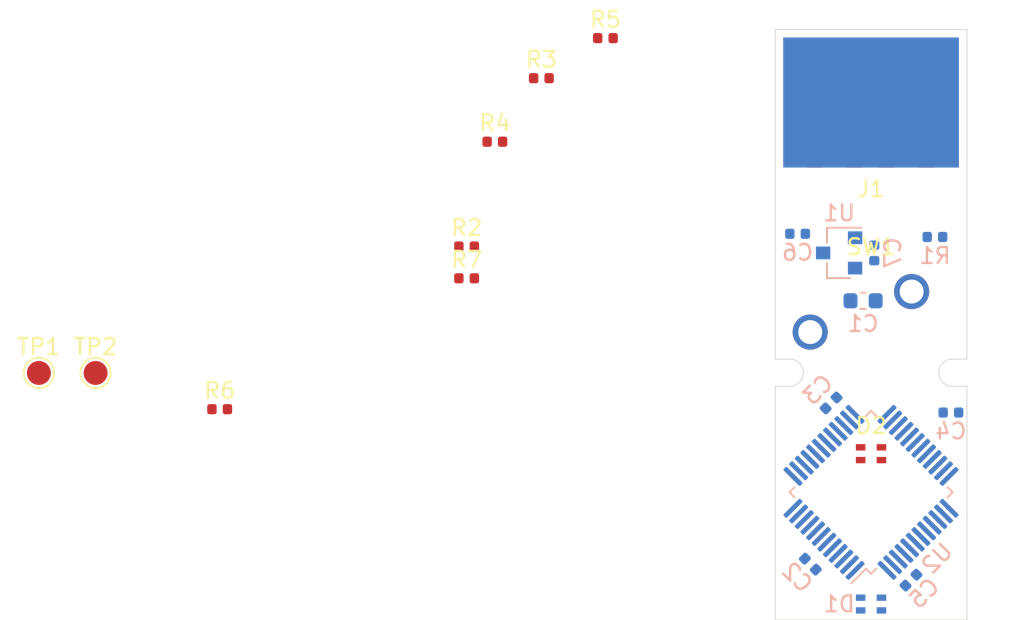
<source format=kicad_pcb>
(kicad_pcb (version 20171130) (host pcbnew 5.1.6)

  (general
    (thickness 1.6)
    (drawings 12)
    (tracks 0)
    (zones 0)
    (modules 22)
    (nets 48)
  )

  (page A4)
  (layers
    (0 F.Cu signal)
    (31 B.Cu signal)
    (32 B.Adhes user)
    (33 F.Adhes user)
    (34 B.Paste user)
    (35 F.Paste user)
    (36 B.SilkS user)
    (37 F.SilkS user)
    (38 B.Mask user)
    (39 F.Mask user)
    (40 Dwgs.User user)
    (41 Cmts.User user)
    (42 Eco1.User user)
    (43 Eco2.User user)
    (44 Edge.Cuts user)
    (45 Margin user)
    (46 B.CrtYd user)
    (47 F.CrtYd user)
    (48 B.Fab user)
    (49 F.Fab user)
  )

  (setup
    (last_trace_width 0.2)
    (trace_clearance 0.2)
    (zone_clearance 0.508)
    (zone_45_only no)
    (trace_min 0.2)
    (via_size 0.8)
    (via_drill 0.4)
    (via_min_size 0.6)
    (via_min_drill 0.3)
    (uvia_size 0.3)
    (uvia_drill 0.1)
    (uvias_allowed no)
    (uvia_min_size 0.2)
    (uvia_min_drill 0.1)
    (edge_width 0.05)
    (segment_width 0.2)
    (pcb_text_width 0.3)
    (pcb_text_size 1.5 1.5)
    (mod_edge_width 0.12)
    (mod_text_size 1 1)
    (mod_text_width 0.15)
    (pad_size 1.524 1.524)
    (pad_drill 0.762)
    (pad_to_mask_clearance 0.05)
    (aux_axis_origin 0 0)
    (visible_elements FFFFF77F)
    (pcbplotparams
      (layerselection 0x010fc_ffffffff)
      (usegerberextensions false)
      (usegerberattributes true)
      (usegerberadvancedattributes true)
      (creategerberjobfile true)
      (excludeedgelayer true)
      (linewidth 0.100000)
      (plotframeref false)
      (viasonmask false)
      (mode 1)
      (useauxorigin false)
      (hpglpennumber 1)
      (hpglpenspeed 20)
      (hpglpendiameter 15.000000)
      (psnegative false)
      (psa4output false)
      (plotreference true)
      (plotvalue true)
      (plotinvisibletext false)
      (padsonsilk false)
      (subtractmaskfromsilk false)
      (outputformat 1)
      (mirror false)
      (drillshape 1)
      (scaleselection 1)
      (outputdirectory ""))
  )

  (net 0 "")
  (net 1 GND)
  (net 2 +3V3)
  (net 3 VBUS)
  (net 4 "Net-(D1-Pad4)")
  (net 5 "Net-(D1-Pad3)")
  (net 6 "Net-(D1-Pad1)")
  (net 7 "Net-(D2-Pad4)")
  (net 8 "Net-(D2-Pad3)")
  (net 9 "Net-(D2-Pad1)")
  (net 10 /D+)
  (net 11 /D-)
  (net 12 /BTN1)
  (net 13 /LED1_R)
  (net 14 /LED1_G)
  (net 15 /LED1_B)
  (net 16 /LED2_R)
  (net 17 /LED2_G)
  (net 18 /LED2_B)
  (net 19 /SWDIO)
  (net 20 /SWCLK)
  (net 21 "Net-(U2-Pad46)")
  (net 22 "Net-(U2-Pad45)")
  (net 23 "Net-(U2-Pad43)")
  (net 24 "Net-(U2-Pad42)")
  (net 25 "Net-(U2-Pad40)")
  (net 26 "Net-(U2-Pad39)")
  (net 27 "Net-(U2-Pad38)")
  (net 28 "Net-(U2-Pad31)")
  (net 29 "Net-(U2-Pad30)")
  (net 30 "Net-(U2-Pad29)")
  (net 31 "Net-(U2-Pad28)")
  (net 32 "Net-(U2-Pad27)")
  (net 33 "Net-(U2-Pad26)")
  (net 34 "Net-(U2-Pad25)")
  (net 35 "Net-(U2-Pad22)")
  (net 36 "Net-(U2-Pad21)")
  (net 37 "Net-(U2-Pad20)")
  (net 38 "Net-(U2-Pad17)")
  (net 39 "Net-(U2-Pad16)")
  (net 40 "Net-(U2-Pad15)")
  (net 41 "Net-(U2-Pad14)")
  (net 42 "Net-(U2-Pad7)")
  (net 43 "Net-(U2-Pad6)")
  (net 44 "Net-(U2-Pad5)")
  (net 45 "Net-(U2-Pad4)")
  (net 46 "Net-(U2-Pad3)")
  (net 47 "Net-(U2-Pad2)")

  (net_class Default "This is the default net class."
    (clearance 0.2)
    (trace_width 0.2)
    (via_dia 0.8)
    (via_drill 0.4)
    (uvia_dia 0.3)
    (uvia_drill 0.1)
    (add_net +3V3)
    (add_net /BTN1)
    (add_net /D+)
    (add_net /D-)
    (add_net /LED1_B)
    (add_net /LED1_G)
    (add_net /LED1_R)
    (add_net /LED2_B)
    (add_net /LED2_G)
    (add_net /LED2_R)
    (add_net /SWCLK)
    (add_net /SWDIO)
    (add_net GND)
    (add_net "Net-(D1-Pad1)")
    (add_net "Net-(D1-Pad3)")
    (add_net "Net-(D1-Pad4)")
    (add_net "Net-(D2-Pad1)")
    (add_net "Net-(D2-Pad3)")
    (add_net "Net-(D2-Pad4)")
    (add_net "Net-(U2-Pad14)")
    (add_net "Net-(U2-Pad15)")
    (add_net "Net-(U2-Pad16)")
    (add_net "Net-(U2-Pad17)")
    (add_net "Net-(U2-Pad2)")
    (add_net "Net-(U2-Pad20)")
    (add_net "Net-(U2-Pad21)")
    (add_net "Net-(U2-Pad22)")
    (add_net "Net-(U2-Pad25)")
    (add_net "Net-(U2-Pad26)")
    (add_net "Net-(U2-Pad27)")
    (add_net "Net-(U2-Pad28)")
    (add_net "Net-(U2-Pad29)")
    (add_net "Net-(U2-Pad3)")
    (add_net "Net-(U2-Pad30)")
    (add_net "Net-(U2-Pad31)")
    (add_net "Net-(U2-Pad38)")
    (add_net "Net-(U2-Pad39)")
    (add_net "Net-(U2-Pad4)")
    (add_net "Net-(U2-Pad40)")
    (add_net "Net-(U2-Pad42)")
    (add_net "Net-(U2-Pad43)")
    (add_net "Net-(U2-Pad45)")
    (add_net "Net-(U2-Pad46)")
    (add_net "Net-(U2-Pad5)")
    (add_net "Net-(U2-Pad6)")
    (add_net "Net-(U2-Pad7)")
    (add_net VBUS)
  )

  (module Capacitor_SMD:C_0402_1005Metric (layer B.Cu) (tedit 5F947204) (tstamp 5F948C07)
    (at 155 74 180)
    (descr "Capacitor SMD 0402 (1005 Metric), square (rectangular) end terminal, IPC_7351 nominal, (Body size source: http://www.tortai-tech.com/upload/download/2011102023233369053.pdf), generated with kicad-footprint-generator")
    (tags capacitor)
    (path /5F892CC5)
    (attr smd)
    (fp_text reference C4 (at 0 -1.17 180) (layer B.SilkS)
      (effects (font (size 1 1) (thickness 0.15)) (justify mirror))
    )
    (fp_text value 100n (at 0 1.17 180) (layer B.Fab)
      (effects (font (size 1 1) (thickness 0.15)) (justify mirror))
    )
    (fp_line (start -0.5 -0.25) (end -0.5 0.25) (layer B.Fab) (width 0.1))
    (fp_line (start -0.5 0.25) (end 0.5 0.25) (layer B.Fab) (width 0.1))
    (fp_line (start 0.5 0.25) (end 0.5 -0.25) (layer B.Fab) (width 0.1))
    (fp_line (start 0.5 -0.25) (end -0.5 -0.25) (layer B.Fab) (width 0.1))
    (fp_line (start -0.93 -0.47) (end -0.93 0.47) (layer B.CrtYd) (width 0.05))
    (fp_line (start -0.93 0.47) (end 0.93 0.47) (layer B.CrtYd) (width 0.05))
    (fp_line (start 0.93 0.47) (end 0.93 -0.47) (layer B.CrtYd) (width 0.05))
    (fp_line (start 0.93 -0.47) (end -0.93 -0.47) (layer B.CrtYd) (width 0.05))
    (fp_text user %R (at 0 0 180) (layer B.Fab)
      (effects (font (size 0.25 0.25) (thickness 0.04)) (justify mirror))
    )
    (pad 2 smd roundrect (at 0.485 0 180) (size 0.59 0.64) (layers B.Cu B.Paste B.Mask) (roundrect_rratio 0.25)
      (net 1 GND))
    (pad 1 smd roundrect (at -0.485 0 180) (size 0.59 0.64) (layers B.Cu B.Paste B.Mask) (roundrect_rratio 0.25)
      (net 2 +3V3))
    (model ${KISYS3DMOD}/Capacitor_SMD.3dshapes/C_0402_1005Metric.wrl
      (at (xyz 0 0 0))
      (scale (xyz 1 1 1))
      (rotate (xyz 0 0 0))
    )
  )

  (module Button_Switch_Keyboard:SW_Cherry_MX_1.00u_PCB (layer F.Cu) (tedit 5F944CC9) (tstamp 5F92DCF2)
    (at 152.54 66.42)
    (descr "Cherry MX keyswitch, 1.00u, PCB mount, http://cherryamericas.com/wp-content/uploads/2014/12/mx_cat.pdf")
    (tags "Cherry MX keyswitch 1.00u PCB")
    (path /5F925207)
    (fp_text reference SW1 (at -2.54 -2.794) (layer F.SilkS)
      (effects (font (size 1 1) (thickness 0.15)))
    )
    (fp_text value MXxx-xxxx (at -2.54 12.954) (layer F.Fab)
      (effects (font (size 1 1) (thickness 0.15)))
    )
    (fp_line (start -12.065 14.605) (end -12.065 -4.445) (layer Dwgs.User) (width 0.15))
    (fp_line (start 6.985 14.605) (end -12.065 14.605) (layer Dwgs.User) (width 0.15))
    (fp_line (start 6.985 -4.445) (end 6.985 14.605) (layer Dwgs.User) (width 0.15))
    (fp_line (start -12.065 -4.445) (end 6.985 -4.445) (layer Dwgs.User) (width 0.15))
    (fp_line (start -9.14 -1.52) (end 4.06 -1.52) (layer F.CrtYd) (width 0.05))
    (fp_line (start 4.06 -1.52) (end 4.06 11.68) (layer F.CrtYd) (width 0.05))
    (fp_line (start 4.06 11.68) (end -9.14 11.68) (layer F.CrtYd) (width 0.05))
    (fp_line (start -9.14 11.68) (end -9.14 -1.52) (layer F.CrtYd) (width 0.05))
    (fp_line (start -8.89 11.43) (end -8.89 -1.27) (layer F.Fab) (width 0.1))
    (fp_line (start 3.81 11.43) (end -8.89 11.43) (layer F.Fab) (width 0.1))
    (fp_line (start 3.81 -1.27) (end 3.81 11.43) (layer F.Fab) (width 0.1))
    (fp_line (start -8.89 -1.27) (end 3.81 -1.27) (layer F.Fab) (width 0.1))
    (fp_text user %R (at -2.54 -2.794) (layer F.Fab)
      (effects (font (size 1 1) (thickness 0.15)))
    )
    (pad "" np_thru_hole circle (at -2.54 5.08) (size 4 4) (drill 4) (layers *.Cu *.Mask))
    (pad 2 thru_hole circle (at -6.35 2.54) (size 2.2 2.2) (drill 1.5) (layers *.Cu *.Mask)
      (net 2 +3V3))
    (pad 1 thru_hole circle (at 0 0) (size 2.2 2.2) (drill 1.5) (layers *.Cu *.Mask)
      (net 12 /BTN1))
    (model ${KISYS3DMOD}/Button_Switch_Keyboard.3dshapes/SW_Cherry_MX_1.00u_PCB.wrl
      (at (xyz 0 0 0))
      (scale (xyz 1 1 1))
      (rotate (xyz 0 0 0))
    )
  )

  (module Capacitor_SMD:C_0402_1005Metric (layer B.Cu) (tedit 5B301BBE) (tstamp 5F92C15E)
    (at 145.4 62.8)
    (descr "Capacitor SMD 0402 (1005 Metric), square (rectangular) end terminal, IPC_7351 nominal, (Body size source: http://www.tortai-tech.com/upload/download/2011102023233369053.pdf), generated with kicad-footprint-generator")
    (tags capacitor)
    (path /5F93753A)
    (attr smd)
    (fp_text reference C6 (at 0 1.17) (layer B.SilkS)
      (effects (font (size 1 1) (thickness 0.15)) (justify mirror))
    )
    (fp_text value 1u (at 0 -1.17) (layer B.Fab)
      (effects (font (size 1 1) (thickness 0.15)) (justify mirror))
    )
    (fp_line (start -0.5 -0.25) (end -0.5 0.25) (layer B.Fab) (width 0.1))
    (fp_line (start -0.5 0.25) (end 0.5 0.25) (layer B.Fab) (width 0.1))
    (fp_line (start 0.5 0.25) (end 0.5 -0.25) (layer B.Fab) (width 0.1))
    (fp_line (start 0.5 -0.25) (end -0.5 -0.25) (layer B.Fab) (width 0.1))
    (fp_line (start -0.93 -0.47) (end -0.93 0.47) (layer B.CrtYd) (width 0.05))
    (fp_line (start -0.93 0.47) (end 0.93 0.47) (layer B.CrtYd) (width 0.05))
    (fp_line (start 0.93 0.47) (end 0.93 -0.47) (layer B.CrtYd) (width 0.05))
    (fp_line (start 0.93 -0.47) (end -0.93 -0.47) (layer B.CrtYd) (width 0.05))
    (fp_text user %R (at 0 0) (layer B.Fab)
      (effects (font (size 0.25 0.25) (thickness 0.04)) (justify mirror))
    )
    (pad 2 smd roundrect (at 0.485 0) (size 0.59 0.64) (layers B.Cu B.Paste B.Mask) (roundrect_rratio 0.25)
      (net 1 GND))
    (pad 1 smd roundrect (at -0.485 0) (size 0.59 0.64) (layers B.Cu B.Paste B.Mask) (roundrect_rratio 0.25)
      (net 3 VBUS))
    (model ${KISYS3DMOD}/Capacitor_SMD.3dshapes/C_0402_1005Metric.wrl
      (at (xyz 0 0 0))
      (scale (xyz 1 1 1))
      (rotate (xyz 0 0 0))
    )
  )

  (module Package_QFP:LQFP-48_7x7mm_P0.5mm (layer B.Cu) (tedit 5D9F72AF) (tstamp 5F92E9DF)
    (at 150 79 45)
    (descr "LQFP, 48 Pin (https://www.analog.com/media/en/technical-documentation/data-sheets/ltc2358-16.pdf), generated with kicad-footprint-generator ipc_gullwing_generator.py")
    (tags "LQFP QFP")
    (path /5F878F8D)
    (attr smd)
    (fp_text reference U2 (at 0 5.85 45) (layer B.SilkS)
      (effects (font (size 1 1) (thickness 0.15)) (justify mirror))
    )
    (fp_text value STM32F072CBT6 (at 0 -5.85 45) (layer B.Fab)
      (effects (font (size 1 1) (thickness 0.15)) (justify mirror))
    )
    (fp_line (start 3.16 -3.61) (end 3.61 -3.61) (layer B.SilkS) (width 0.12))
    (fp_line (start 3.61 -3.61) (end 3.61 -3.16) (layer B.SilkS) (width 0.12))
    (fp_line (start -3.16 -3.61) (end -3.61 -3.61) (layer B.SilkS) (width 0.12))
    (fp_line (start -3.61 -3.61) (end -3.61 -3.16) (layer B.SilkS) (width 0.12))
    (fp_line (start 3.16 3.61) (end 3.61 3.61) (layer B.SilkS) (width 0.12))
    (fp_line (start 3.61 3.61) (end 3.61 3.16) (layer B.SilkS) (width 0.12))
    (fp_line (start -3.16 3.61) (end -3.61 3.61) (layer B.SilkS) (width 0.12))
    (fp_line (start -3.61 3.61) (end -3.61 3.16) (layer B.SilkS) (width 0.12))
    (fp_line (start -3.61 3.16) (end -4.9 3.16) (layer B.SilkS) (width 0.12))
    (fp_line (start -2.5 3.5) (end 3.5 3.5) (layer B.Fab) (width 0.1))
    (fp_line (start 3.5 3.5) (end 3.5 -3.5) (layer B.Fab) (width 0.1))
    (fp_line (start 3.5 -3.5) (end -3.5 -3.5) (layer B.Fab) (width 0.1))
    (fp_line (start -3.5 -3.5) (end -3.5 2.5) (layer B.Fab) (width 0.1))
    (fp_line (start -3.5 2.5) (end -2.5 3.5) (layer B.Fab) (width 0.1))
    (fp_line (start 0 5.15) (end -3.15 5.15) (layer B.CrtYd) (width 0.05))
    (fp_line (start -3.15 5.15) (end -3.15 3.75) (layer B.CrtYd) (width 0.05))
    (fp_line (start -3.15 3.75) (end -3.75 3.75) (layer B.CrtYd) (width 0.05))
    (fp_line (start -3.75 3.75) (end -3.75 3.15) (layer B.CrtYd) (width 0.05))
    (fp_line (start -3.75 3.15) (end -5.15 3.15) (layer B.CrtYd) (width 0.05))
    (fp_line (start -5.15 3.15) (end -5.15 0) (layer B.CrtYd) (width 0.05))
    (fp_line (start 0 5.15) (end 3.15 5.15) (layer B.CrtYd) (width 0.05))
    (fp_line (start 3.15 5.15) (end 3.15 3.75) (layer B.CrtYd) (width 0.05))
    (fp_line (start 3.15 3.75) (end 3.75 3.75) (layer B.CrtYd) (width 0.05))
    (fp_line (start 3.75 3.75) (end 3.75 3.15) (layer B.CrtYd) (width 0.05))
    (fp_line (start 3.75 3.15) (end 5.15 3.15) (layer B.CrtYd) (width 0.05))
    (fp_line (start 5.15 3.15) (end 5.15 0) (layer B.CrtYd) (width 0.05))
    (fp_line (start 0 -5.15) (end -3.15 -5.15) (layer B.CrtYd) (width 0.05))
    (fp_line (start -3.15 -5.15) (end -3.15 -3.75) (layer B.CrtYd) (width 0.05))
    (fp_line (start -3.15 -3.75) (end -3.75 -3.75) (layer B.CrtYd) (width 0.05))
    (fp_line (start -3.75 -3.75) (end -3.75 -3.15) (layer B.CrtYd) (width 0.05))
    (fp_line (start -3.75 -3.15) (end -5.15 -3.15) (layer B.CrtYd) (width 0.05))
    (fp_line (start -5.15 -3.15) (end -5.15 0) (layer B.CrtYd) (width 0.05))
    (fp_line (start 0 -5.15) (end 3.15 -5.15) (layer B.CrtYd) (width 0.05))
    (fp_line (start 3.15 -5.15) (end 3.15 -3.75) (layer B.CrtYd) (width 0.05))
    (fp_line (start 3.15 -3.75) (end 3.75 -3.75) (layer B.CrtYd) (width 0.05))
    (fp_line (start 3.75 -3.75) (end 3.75 -3.15) (layer B.CrtYd) (width 0.05))
    (fp_line (start 3.75 -3.15) (end 5.15 -3.15) (layer B.CrtYd) (width 0.05))
    (fp_line (start 5.15 -3.15) (end 5.15 0) (layer B.CrtYd) (width 0.05))
    (fp_text user %R (at 0 0 45) (layer B.Fab)
      (effects (font (size 1 1) (thickness 0.15)) (justify mirror))
    )
    (pad 48 smd roundrect (at -2.75 4.1625 45) (size 0.3 1.475) (layers B.Cu B.Paste B.Mask) (roundrect_rratio 0.25)
      (net 2 +3V3))
    (pad 47 smd roundrect (at -2.25 4.1625 45) (size 0.3 1.475) (layers B.Cu B.Paste B.Mask) (roundrect_rratio 0.25)
      (net 1 GND))
    (pad 46 smd roundrect (at -1.75 4.1625 45) (size 0.3 1.475) (layers B.Cu B.Paste B.Mask) (roundrect_rratio 0.25)
      (net 21 "Net-(U2-Pad46)"))
    (pad 45 smd roundrect (at -1.25 4.1625 45) (size 0.3 1.475) (layers B.Cu B.Paste B.Mask) (roundrect_rratio 0.25)
      (net 22 "Net-(U2-Pad45)"))
    (pad 44 smd roundrect (at -0.75 4.1625 45) (size 0.3 1.475) (layers B.Cu B.Paste B.Mask) (roundrect_rratio 0.25)
      (net 12 /BTN1))
    (pad 43 smd roundrect (at -0.25 4.1625 45) (size 0.3 1.475) (layers B.Cu B.Paste B.Mask) (roundrect_rratio 0.25)
      (net 23 "Net-(U2-Pad43)"))
    (pad 42 smd roundrect (at 0.25 4.1625 45) (size 0.3 1.475) (layers B.Cu B.Paste B.Mask) (roundrect_rratio 0.25)
      (net 24 "Net-(U2-Pad42)"))
    (pad 41 smd roundrect (at 0.75 4.1625 45) (size 0.3 1.475) (layers B.Cu B.Paste B.Mask) (roundrect_rratio 0.25)
      (net 18 /LED2_B))
    (pad 40 smd roundrect (at 1.25 4.1625 45) (size 0.3 1.475) (layers B.Cu B.Paste B.Mask) (roundrect_rratio 0.25)
      (net 25 "Net-(U2-Pad40)"))
    (pad 39 smd roundrect (at 1.75 4.1625 45) (size 0.3 1.475) (layers B.Cu B.Paste B.Mask) (roundrect_rratio 0.25)
      (net 26 "Net-(U2-Pad39)"))
    (pad 38 smd roundrect (at 2.25 4.1625 45) (size 0.3 1.475) (layers B.Cu B.Paste B.Mask) (roundrect_rratio 0.25)
      (net 27 "Net-(U2-Pad38)"))
    (pad 37 smd roundrect (at 2.75 4.1625 45) (size 0.3 1.475) (layers B.Cu B.Paste B.Mask) (roundrect_rratio 0.25)
      (net 20 /SWCLK))
    (pad 36 smd roundrect (at 4.1625 2.75 45) (size 1.475 0.3) (layers B.Cu B.Paste B.Mask) (roundrect_rratio 0.25)
      (net 2 +3V3))
    (pad 35 smd roundrect (at 4.1625 2.25 45) (size 1.475 0.3) (layers B.Cu B.Paste B.Mask) (roundrect_rratio 0.25)
      (net 1 GND))
    (pad 34 smd roundrect (at 4.1625 1.75 45) (size 1.475 0.3) (layers B.Cu B.Paste B.Mask) (roundrect_rratio 0.25)
      (net 19 /SWDIO))
    (pad 33 smd roundrect (at 4.1625 1.25 45) (size 1.475 0.3) (layers B.Cu B.Paste B.Mask) (roundrect_rratio 0.25)
      (net 10 /D+))
    (pad 32 smd roundrect (at 4.1625 0.75 45) (size 1.475 0.3) (layers B.Cu B.Paste B.Mask) (roundrect_rratio 0.25)
      (net 11 /D-))
    (pad 31 smd roundrect (at 4.1625 0.25 45) (size 1.475 0.3) (layers B.Cu B.Paste B.Mask) (roundrect_rratio 0.25)
      (net 28 "Net-(U2-Pad31)"))
    (pad 30 smd roundrect (at 4.1625 -0.25 45) (size 1.475 0.3) (layers B.Cu B.Paste B.Mask) (roundrect_rratio 0.25)
      (net 29 "Net-(U2-Pad30)"))
    (pad 29 smd roundrect (at 4.1625 -0.75 45) (size 1.475 0.3) (layers B.Cu B.Paste B.Mask) (roundrect_rratio 0.25)
      (net 30 "Net-(U2-Pad29)"))
    (pad 28 smd roundrect (at 4.1625 -1.25 45) (size 1.475 0.3) (layers B.Cu B.Paste B.Mask) (roundrect_rratio 0.25)
      (net 31 "Net-(U2-Pad28)"))
    (pad 27 smd roundrect (at 4.1625 -1.75 45) (size 1.475 0.3) (layers B.Cu B.Paste B.Mask) (roundrect_rratio 0.25)
      (net 32 "Net-(U2-Pad27)"))
    (pad 26 smd roundrect (at 4.1625 -2.25 45) (size 1.475 0.3) (layers B.Cu B.Paste B.Mask) (roundrect_rratio 0.25)
      (net 33 "Net-(U2-Pad26)"))
    (pad 25 smd roundrect (at 4.1625 -2.75 45) (size 1.475 0.3) (layers B.Cu B.Paste B.Mask) (roundrect_rratio 0.25)
      (net 34 "Net-(U2-Pad25)"))
    (pad 24 smd roundrect (at 2.75 -4.1625 45) (size 0.3 1.475) (layers B.Cu B.Paste B.Mask) (roundrect_rratio 0.25)
      (net 2 +3V3))
    (pad 23 smd roundrect (at 2.25 -4.1625 45) (size 0.3 1.475) (layers B.Cu B.Paste B.Mask) (roundrect_rratio 0.25)
      (net 1 GND))
    (pad 22 smd roundrect (at 1.75 -4.1625 45) (size 0.3 1.475) (layers B.Cu B.Paste B.Mask) (roundrect_rratio 0.25)
      (net 35 "Net-(U2-Pad22)"))
    (pad 21 smd roundrect (at 1.25 -4.1625 45) (size 0.3 1.475) (layers B.Cu B.Paste B.Mask) (roundrect_rratio 0.25)
      (net 36 "Net-(U2-Pad21)"))
    (pad 20 smd roundrect (at 0.75 -4.1625 45) (size 0.3 1.475) (layers B.Cu B.Paste B.Mask) (roundrect_rratio 0.25)
      (net 37 "Net-(U2-Pad20)"))
    (pad 19 smd roundrect (at 0.25 -4.1625 45) (size 0.3 1.475) (layers B.Cu B.Paste B.Mask) (roundrect_rratio 0.25)
      (net 16 /LED2_R))
    (pad 18 smd roundrect (at -0.25 -4.1625 45) (size 0.3 1.475) (layers B.Cu B.Paste B.Mask) (roundrect_rratio 0.25)
      (net 17 /LED2_G))
    (pad 17 smd roundrect (at -0.75 -4.1625 45) (size 0.3 1.475) (layers B.Cu B.Paste B.Mask) (roundrect_rratio 0.25)
      (net 38 "Net-(U2-Pad17)"))
    (pad 16 smd roundrect (at -1.25 -4.1625 45) (size 0.3 1.475) (layers B.Cu B.Paste B.Mask) (roundrect_rratio 0.25)
      (net 39 "Net-(U2-Pad16)"))
    (pad 15 smd roundrect (at -1.75 -4.1625 45) (size 0.3 1.475) (layers B.Cu B.Paste B.Mask) (roundrect_rratio 0.25)
      (net 40 "Net-(U2-Pad15)"))
    (pad 14 smd roundrect (at -2.25 -4.1625 45) (size 0.3 1.475) (layers B.Cu B.Paste B.Mask) (roundrect_rratio 0.25)
      (net 41 "Net-(U2-Pad14)"))
    (pad 13 smd roundrect (at -2.75 -4.1625 45) (size 0.3 1.475) (layers B.Cu B.Paste B.Mask) (roundrect_rratio 0.25)
      (net 12 /BTN1))
    (pad 12 smd roundrect (at -4.1625 -2.75 45) (size 1.475 0.3) (layers B.Cu B.Paste B.Mask) (roundrect_rratio 0.25)
      (net 13 /LED1_R))
    (pad 11 smd roundrect (at -4.1625 -2.25 45) (size 1.475 0.3) (layers B.Cu B.Paste B.Mask) (roundrect_rratio 0.25)
      (net 14 /LED1_G))
    (pad 10 smd roundrect (at -4.1625 -1.75 45) (size 1.475 0.3) (layers B.Cu B.Paste B.Mask) (roundrect_rratio 0.25)
      (net 15 /LED1_B))
    (pad 9 smd roundrect (at -4.1625 -1.25 45) (size 1.475 0.3) (layers B.Cu B.Paste B.Mask) (roundrect_rratio 0.25)
      (net 2 +3V3))
    (pad 8 smd roundrect (at -4.1625 -0.75 45) (size 1.475 0.3) (layers B.Cu B.Paste B.Mask) (roundrect_rratio 0.25)
      (net 1 GND))
    (pad 7 smd roundrect (at -4.1625 -0.25 45) (size 1.475 0.3) (layers B.Cu B.Paste B.Mask) (roundrect_rratio 0.25)
      (net 42 "Net-(U2-Pad7)"))
    (pad 6 smd roundrect (at -4.1625 0.25 45) (size 1.475 0.3) (layers B.Cu B.Paste B.Mask) (roundrect_rratio 0.25)
      (net 43 "Net-(U2-Pad6)"))
    (pad 5 smd roundrect (at -4.1625 0.75 45) (size 1.475 0.3) (layers B.Cu B.Paste B.Mask) (roundrect_rratio 0.25)
      (net 44 "Net-(U2-Pad5)"))
    (pad 4 smd roundrect (at -4.1625 1.25 45) (size 1.475 0.3) (layers B.Cu B.Paste B.Mask) (roundrect_rratio 0.25)
      (net 45 "Net-(U2-Pad4)"))
    (pad 3 smd roundrect (at -4.1625 1.75 45) (size 1.475 0.3) (layers B.Cu B.Paste B.Mask) (roundrect_rratio 0.25)
      (net 46 "Net-(U2-Pad3)"))
    (pad 2 smd roundrect (at -4.1625 2.25 45) (size 1.475 0.3) (layers B.Cu B.Paste B.Mask) (roundrect_rratio 0.25)
      (net 47 "Net-(U2-Pad2)"))
    (pad 1 smd roundrect (at -4.1625 2.75 45) (size 1.475 0.3) (layers B.Cu B.Paste B.Mask) (roundrect_rratio 0.25)
      (net 2 +3V3))
    (model ${KISYS3DMOD}/Package_QFP.3dshapes/LQFP-48_7x7mm_P0.5mm.wrl
      (at (xyz 0 0 0))
      (scale (xyz 1 1 1))
      (rotate (xyz 0 0 0))
    )
  )

  (module Package_TO_SOT_SMD:SOT-23 (layer B.Cu) (tedit 5A02FF57) (tstamp 5F92B4F1)
    (at 148 64 180)
    (descr "SOT-23, Standard")
    (tags SOT-23)
    (path /5FA01775)
    (attr smd)
    (fp_text reference U1 (at 0 2.5) (layer B.SilkS)
      (effects (font (size 1 1) (thickness 0.15)) (justify mirror))
    )
    (fp_text value XC6206P332MR (at 0 -2.5) (layer B.Fab)
      (effects (font (size 1 1) (thickness 0.15)) (justify mirror))
    )
    (fp_line (start 0.76 -1.58) (end -0.7 -1.58) (layer B.SilkS) (width 0.12))
    (fp_line (start 0.76 1.58) (end -1.4 1.58) (layer B.SilkS) (width 0.12))
    (fp_line (start -1.7 -1.75) (end -1.7 1.75) (layer B.CrtYd) (width 0.05))
    (fp_line (start 1.7 -1.75) (end -1.7 -1.75) (layer B.CrtYd) (width 0.05))
    (fp_line (start 1.7 1.75) (end 1.7 -1.75) (layer B.CrtYd) (width 0.05))
    (fp_line (start -1.7 1.75) (end 1.7 1.75) (layer B.CrtYd) (width 0.05))
    (fp_line (start 0.76 1.58) (end 0.76 0.65) (layer B.SilkS) (width 0.12))
    (fp_line (start 0.76 -1.58) (end 0.76 -0.65) (layer B.SilkS) (width 0.12))
    (fp_line (start -0.7 -1.52) (end 0.7 -1.52) (layer B.Fab) (width 0.1))
    (fp_line (start 0.7 1.52) (end 0.7 -1.52) (layer B.Fab) (width 0.1))
    (fp_line (start -0.7 0.95) (end -0.15 1.52) (layer B.Fab) (width 0.1))
    (fp_line (start -0.15 1.52) (end 0.7 1.52) (layer B.Fab) (width 0.1))
    (fp_line (start -0.7 0.95) (end -0.7 -1.5) (layer B.Fab) (width 0.1))
    (fp_text user %R (at 0 0 -90) (layer B.Fab)
      (effects (font (size 0.5 0.5) (thickness 0.075)) (justify mirror))
    )
    (pad 1 smd rect (at -1 0.95 180) (size 0.9 0.8) (layers B.Cu B.Paste B.Mask)
      (net 1 GND))
    (pad 2 smd rect (at -1 -0.95 180) (size 0.9 0.8) (layers B.Cu B.Paste B.Mask)
      (net 2 +3V3))
    (pad 3 smd rect (at 1 0 180) (size 0.9 0.8) (layers B.Cu B.Paste B.Mask)
      (net 3 VBUS))
    (model ${KISYS3DMOD}/Package_TO_SOT_SMD.3dshapes/SOT-23.wrl
      (at (xyz 0 0 0))
      (scale (xyz 1 1 1))
      (rotate (xyz 0 0 0))
    )
  )

  (module TestPoint:TestPoint_Pad_D1.5mm (layer F.Cu) (tedit 5A0F774F) (tstamp 5F92A952)
    (at 101.45 71.52)
    (descr "SMD pad as test Point, diameter 1.5mm")
    (tags "test point SMD pad")
    (path /5FCB2854)
    (attr virtual)
    (fp_text reference TP2 (at 0 -1.648) (layer F.SilkS)
      (effects (font (size 1 1) (thickness 0.15)))
    )
    (fp_text value SWCLK (at 0 1.75) (layer F.Fab)
      (effects (font (size 1 1) (thickness 0.15)))
    )
    (fp_circle (center 0 0) (end 1.25 0) (layer F.CrtYd) (width 0.05))
    (fp_circle (center 0 0) (end 0 0.95) (layer F.SilkS) (width 0.12))
    (fp_text user %R (at 0 -1.65) (layer F.Fab)
      (effects (font (size 1 1) (thickness 0.15)))
    )
    (pad 1 smd circle (at 0 0) (size 1.5 1.5) (layers F.Cu F.Mask)
      (net 20 /SWCLK))
  )

  (module TestPoint:TestPoint_Pad_D1.5mm (layer F.Cu) (tedit 5A0F774F) (tstamp 5F92A94A)
    (at 97.9 71.52)
    (descr "SMD pad as test Point, diameter 1.5mm")
    (tags "test point SMD pad")
    (path /5FCAA338)
    (attr virtual)
    (fp_text reference TP1 (at 0 -1.648) (layer F.SilkS)
      (effects (font (size 1 1) (thickness 0.15)))
    )
    (fp_text value SWDIO (at 0 1.75) (layer F.Fab)
      (effects (font (size 1 1) (thickness 0.15)))
    )
    (fp_circle (center 0 0) (end 1.25 0) (layer F.CrtYd) (width 0.05))
    (fp_circle (center 0 0) (end 0 0.95) (layer F.SilkS) (width 0.12))
    (fp_text user %R (at 0 -1.65) (layer F.Fab)
      (effects (font (size 1 1) (thickness 0.15)))
    )
    (pad 1 smd circle (at 0 0) (size 1.5 1.5) (layers F.Cu F.Mask)
      (net 19 /SWDIO))
  )

  (module Resistor_SMD:R_0402_1005Metric (layer F.Cu) (tedit 5B301BBD) (tstamp 5F92A928)
    (at 124.68 65.59)
    (descr "Resistor SMD 0402 (1005 Metric), square (rectangular) end terminal, IPC_7351 nominal, (Body size source: http://www.tortai-tech.com/upload/download/2011102023233369053.pdf), generated with kicad-footprint-generator")
    (tags resistor)
    (path /5FDA0D19)
    (attr smd)
    (fp_text reference R7 (at 0 -1.17) (layer F.SilkS)
      (effects (font (size 1 1) (thickness 0.15)))
    )
    (fp_text value 1k (at 0 1.17) (layer F.Fab)
      (effects (font (size 1 1) (thickness 0.15)))
    )
    (fp_line (start -0.5 0.25) (end -0.5 -0.25) (layer F.Fab) (width 0.1))
    (fp_line (start -0.5 -0.25) (end 0.5 -0.25) (layer F.Fab) (width 0.1))
    (fp_line (start 0.5 -0.25) (end 0.5 0.25) (layer F.Fab) (width 0.1))
    (fp_line (start 0.5 0.25) (end -0.5 0.25) (layer F.Fab) (width 0.1))
    (fp_line (start -0.93 0.47) (end -0.93 -0.47) (layer F.CrtYd) (width 0.05))
    (fp_line (start -0.93 -0.47) (end 0.93 -0.47) (layer F.CrtYd) (width 0.05))
    (fp_line (start 0.93 -0.47) (end 0.93 0.47) (layer F.CrtYd) (width 0.05))
    (fp_line (start 0.93 0.47) (end -0.93 0.47) (layer F.CrtYd) (width 0.05))
    (fp_text user %R (at 0 0) (layer F.Fab)
      (effects (font (size 0.25 0.25) (thickness 0.04)))
    )
    (pad 2 smd roundrect (at 0.485 0) (size 0.59 0.64) (layers F.Cu F.Paste F.Mask) (roundrect_rratio 0.25)
      (net 8 "Net-(D2-Pad3)"))
    (pad 1 smd roundrect (at -0.485 0) (size 0.59 0.64) (layers F.Cu F.Paste F.Mask) (roundrect_rratio 0.25)
      (net 18 /LED2_B))
    (model ${KISYS3DMOD}/Resistor_SMD.3dshapes/R_0402_1005Metric.wrl
      (at (xyz 0 0 0))
      (scale (xyz 1 1 1))
      (rotate (xyz 0 0 0))
    )
  )

  (module Resistor_SMD:R_0402_1005Metric (layer F.Cu) (tedit 5B301BBD) (tstamp 5F92A919)
    (at 109.22 73.79)
    (descr "Resistor SMD 0402 (1005 Metric), square (rectangular) end terminal, IPC_7351 nominal, (Body size source: http://www.tortai-tech.com/upload/download/2011102023233369053.pdf), generated with kicad-footprint-generator")
    (tags resistor)
    (path /5FDA00DF)
    (attr smd)
    (fp_text reference R6 (at 0 -1.17) (layer F.SilkS)
      (effects (font (size 1 1) (thickness 0.15)))
    )
    (fp_text value 1k (at 0 1.17) (layer F.Fab)
      (effects (font (size 1 1) (thickness 0.15)))
    )
    (fp_line (start -0.5 0.25) (end -0.5 -0.25) (layer F.Fab) (width 0.1))
    (fp_line (start -0.5 -0.25) (end 0.5 -0.25) (layer F.Fab) (width 0.1))
    (fp_line (start 0.5 -0.25) (end 0.5 0.25) (layer F.Fab) (width 0.1))
    (fp_line (start 0.5 0.25) (end -0.5 0.25) (layer F.Fab) (width 0.1))
    (fp_line (start -0.93 0.47) (end -0.93 -0.47) (layer F.CrtYd) (width 0.05))
    (fp_line (start -0.93 -0.47) (end 0.93 -0.47) (layer F.CrtYd) (width 0.05))
    (fp_line (start 0.93 -0.47) (end 0.93 0.47) (layer F.CrtYd) (width 0.05))
    (fp_line (start 0.93 0.47) (end -0.93 0.47) (layer F.CrtYd) (width 0.05))
    (fp_text user %R (at 0 0) (layer F.Fab)
      (effects (font (size 0.25 0.25) (thickness 0.04)))
    )
    (pad 2 smd roundrect (at 0.485 0) (size 0.59 0.64) (layers F.Cu F.Paste F.Mask) (roundrect_rratio 0.25)
      (net 7 "Net-(D2-Pad4)"))
    (pad 1 smd roundrect (at -0.485 0) (size 0.59 0.64) (layers F.Cu F.Paste F.Mask) (roundrect_rratio 0.25)
      (net 17 /LED2_G))
    (model ${KISYS3DMOD}/Resistor_SMD.3dshapes/R_0402_1005Metric.wrl
      (at (xyz 0 0 0))
      (scale (xyz 1 1 1))
      (rotate (xyz 0 0 0))
    )
  )

  (module Resistor_SMD:R_0402_1005Metric (layer F.Cu) (tedit 5B301BBD) (tstamp 5F92A90A)
    (at 133.37 50.54)
    (descr "Resistor SMD 0402 (1005 Metric), square (rectangular) end terminal, IPC_7351 nominal, (Body size source: http://www.tortai-tech.com/upload/download/2011102023233369053.pdf), generated with kicad-footprint-generator")
    (tags resistor)
    (path /5FD9D2CE)
    (attr smd)
    (fp_text reference R5 (at 0 -1.17) (layer F.SilkS)
      (effects (font (size 1 1) (thickness 0.15)))
    )
    (fp_text value 1k (at 0 1.17) (layer F.Fab)
      (effects (font (size 1 1) (thickness 0.15)))
    )
    (fp_line (start -0.5 0.25) (end -0.5 -0.25) (layer F.Fab) (width 0.1))
    (fp_line (start -0.5 -0.25) (end 0.5 -0.25) (layer F.Fab) (width 0.1))
    (fp_line (start 0.5 -0.25) (end 0.5 0.25) (layer F.Fab) (width 0.1))
    (fp_line (start 0.5 0.25) (end -0.5 0.25) (layer F.Fab) (width 0.1))
    (fp_line (start -0.93 0.47) (end -0.93 -0.47) (layer F.CrtYd) (width 0.05))
    (fp_line (start -0.93 -0.47) (end 0.93 -0.47) (layer F.CrtYd) (width 0.05))
    (fp_line (start 0.93 -0.47) (end 0.93 0.47) (layer F.CrtYd) (width 0.05))
    (fp_line (start 0.93 0.47) (end -0.93 0.47) (layer F.CrtYd) (width 0.05))
    (fp_text user %R (at 0 0) (layer F.Fab)
      (effects (font (size 0.25 0.25) (thickness 0.04)))
    )
    (pad 2 smd roundrect (at 0.485 0) (size 0.59 0.64) (layers F.Cu F.Paste F.Mask) (roundrect_rratio 0.25)
      (net 9 "Net-(D2-Pad1)"))
    (pad 1 smd roundrect (at -0.485 0) (size 0.59 0.64) (layers F.Cu F.Paste F.Mask) (roundrect_rratio 0.25)
      (net 16 /LED2_R))
    (model ${KISYS3DMOD}/Resistor_SMD.3dshapes/R_0402_1005Metric.wrl
      (at (xyz 0 0 0))
      (scale (xyz 1 1 1))
      (rotate (xyz 0 0 0))
    )
  )

  (module Resistor_SMD:R_0402_1005Metric (layer F.Cu) (tedit 5B301BBD) (tstamp 5F92A8FB)
    (at 126.45 57.03)
    (descr "Resistor SMD 0402 (1005 Metric), square (rectangular) end terminal, IPC_7351 nominal, (Body size source: http://www.tortai-tech.com/upload/download/2011102023233369053.pdf), generated with kicad-footprint-generator")
    (tags resistor)
    (path /5F9366E4)
    (attr smd)
    (fp_text reference R4 (at 0 -1.17) (layer F.SilkS)
      (effects (font (size 1 1) (thickness 0.15)))
    )
    (fp_text value 1k (at 0 1.17) (layer F.Fab)
      (effects (font (size 1 1) (thickness 0.15)))
    )
    (fp_line (start -0.5 0.25) (end -0.5 -0.25) (layer F.Fab) (width 0.1))
    (fp_line (start -0.5 -0.25) (end 0.5 -0.25) (layer F.Fab) (width 0.1))
    (fp_line (start 0.5 -0.25) (end 0.5 0.25) (layer F.Fab) (width 0.1))
    (fp_line (start 0.5 0.25) (end -0.5 0.25) (layer F.Fab) (width 0.1))
    (fp_line (start -0.93 0.47) (end -0.93 -0.47) (layer F.CrtYd) (width 0.05))
    (fp_line (start -0.93 -0.47) (end 0.93 -0.47) (layer F.CrtYd) (width 0.05))
    (fp_line (start 0.93 -0.47) (end 0.93 0.47) (layer F.CrtYd) (width 0.05))
    (fp_line (start 0.93 0.47) (end -0.93 0.47) (layer F.CrtYd) (width 0.05))
    (fp_text user %R (at 0 0) (layer F.Fab)
      (effects (font (size 0.25 0.25) (thickness 0.04)))
    )
    (pad 2 smd roundrect (at 0.485 0) (size 0.59 0.64) (layers F.Cu F.Paste F.Mask) (roundrect_rratio 0.25)
      (net 5 "Net-(D1-Pad3)"))
    (pad 1 smd roundrect (at -0.485 0) (size 0.59 0.64) (layers F.Cu F.Paste F.Mask) (roundrect_rratio 0.25)
      (net 15 /LED1_B))
    (model ${KISYS3DMOD}/Resistor_SMD.3dshapes/R_0402_1005Metric.wrl
      (at (xyz 0 0 0))
      (scale (xyz 1 1 1))
      (rotate (xyz 0 0 0))
    )
  )

  (module Resistor_SMD:R_0402_1005Metric (layer F.Cu) (tedit 5B301BBD) (tstamp 5F92A8EC)
    (at 129.36 53.05)
    (descr "Resistor SMD 0402 (1005 Metric), square (rectangular) end terminal, IPC_7351 nominal, (Body size source: http://www.tortai-tech.com/upload/download/2011102023233369053.pdf), generated with kicad-footprint-generator")
    (tags resistor)
    (path /5F935EFD)
    (attr smd)
    (fp_text reference R3 (at 0 -1.17) (layer F.SilkS)
      (effects (font (size 1 1) (thickness 0.15)))
    )
    (fp_text value 1k (at 0 1.17) (layer F.Fab)
      (effects (font (size 1 1) (thickness 0.15)))
    )
    (fp_line (start -0.5 0.25) (end -0.5 -0.25) (layer F.Fab) (width 0.1))
    (fp_line (start -0.5 -0.25) (end 0.5 -0.25) (layer F.Fab) (width 0.1))
    (fp_line (start 0.5 -0.25) (end 0.5 0.25) (layer F.Fab) (width 0.1))
    (fp_line (start 0.5 0.25) (end -0.5 0.25) (layer F.Fab) (width 0.1))
    (fp_line (start -0.93 0.47) (end -0.93 -0.47) (layer F.CrtYd) (width 0.05))
    (fp_line (start -0.93 -0.47) (end 0.93 -0.47) (layer F.CrtYd) (width 0.05))
    (fp_line (start 0.93 -0.47) (end 0.93 0.47) (layer F.CrtYd) (width 0.05))
    (fp_line (start 0.93 0.47) (end -0.93 0.47) (layer F.CrtYd) (width 0.05))
    (fp_text user %R (at 0 0) (layer F.Fab)
      (effects (font (size 0.25 0.25) (thickness 0.04)))
    )
    (pad 2 smd roundrect (at 0.485 0) (size 0.59 0.64) (layers F.Cu F.Paste F.Mask) (roundrect_rratio 0.25)
      (net 4 "Net-(D1-Pad4)"))
    (pad 1 smd roundrect (at -0.485 0) (size 0.59 0.64) (layers F.Cu F.Paste F.Mask) (roundrect_rratio 0.25)
      (net 14 /LED1_G))
    (model ${KISYS3DMOD}/Resistor_SMD.3dshapes/R_0402_1005Metric.wrl
      (at (xyz 0 0 0))
      (scale (xyz 1 1 1))
      (rotate (xyz 0 0 0))
    )
  )

  (module Resistor_SMD:R_0402_1005Metric (layer F.Cu) (tedit 5B301BBD) (tstamp 5F92A8DD)
    (at 124.68 63.6)
    (descr "Resistor SMD 0402 (1005 Metric), square (rectangular) end terminal, IPC_7351 nominal, (Body size source: http://www.tortai-tech.com/upload/download/2011102023233369053.pdf), generated with kicad-footprint-generator")
    (tags resistor)
    (path /5F9354AF)
    (attr smd)
    (fp_text reference R2 (at 0 -1.17) (layer F.SilkS)
      (effects (font (size 1 1) (thickness 0.15)))
    )
    (fp_text value 1k (at 0 1.17) (layer F.Fab)
      (effects (font (size 1 1) (thickness 0.15)))
    )
    (fp_line (start -0.5 0.25) (end -0.5 -0.25) (layer F.Fab) (width 0.1))
    (fp_line (start -0.5 -0.25) (end 0.5 -0.25) (layer F.Fab) (width 0.1))
    (fp_line (start 0.5 -0.25) (end 0.5 0.25) (layer F.Fab) (width 0.1))
    (fp_line (start 0.5 0.25) (end -0.5 0.25) (layer F.Fab) (width 0.1))
    (fp_line (start -0.93 0.47) (end -0.93 -0.47) (layer F.CrtYd) (width 0.05))
    (fp_line (start -0.93 -0.47) (end 0.93 -0.47) (layer F.CrtYd) (width 0.05))
    (fp_line (start 0.93 -0.47) (end 0.93 0.47) (layer F.CrtYd) (width 0.05))
    (fp_line (start 0.93 0.47) (end -0.93 0.47) (layer F.CrtYd) (width 0.05))
    (fp_text user %R (at 0 0) (layer F.Fab)
      (effects (font (size 0.25 0.25) (thickness 0.04)))
    )
    (pad 2 smd roundrect (at 0.485 0) (size 0.59 0.64) (layers F.Cu F.Paste F.Mask) (roundrect_rratio 0.25)
      (net 6 "Net-(D1-Pad1)"))
    (pad 1 smd roundrect (at -0.485 0) (size 0.59 0.64) (layers F.Cu F.Paste F.Mask) (roundrect_rratio 0.25)
      (net 13 /LED1_R))
    (model ${KISYS3DMOD}/Resistor_SMD.3dshapes/R_0402_1005Metric.wrl
      (at (xyz 0 0 0))
      (scale (xyz 1 1 1))
      (rotate (xyz 0 0 0))
    )
  )

  (module Resistor_SMD:R_0402_1005Metric (layer B.Cu) (tedit 5B301BBD) (tstamp 5F92A8CE)
    (at 154 63)
    (descr "Resistor SMD 0402 (1005 Metric), square (rectangular) end terminal, IPC_7351 nominal, (Body size source: http://www.tortai-tech.com/upload/download/2011102023233369053.pdf), generated with kicad-footprint-generator")
    (tags resistor)
    (path /5F905B31)
    (attr smd)
    (fp_text reference R1 (at 0 1.17) (layer B.SilkS)
      (effects (font (size 1 1) (thickness 0.15)) (justify mirror))
    )
    (fp_text value 10k (at 0 -1.17) (layer B.Fab)
      (effects (font (size 1 1) (thickness 0.15)) (justify mirror))
    )
    (fp_line (start -0.5 -0.25) (end -0.5 0.25) (layer B.Fab) (width 0.1))
    (fp_line (start -0.5 0.25) (end 0.5 0.25) (layer B.Fab) (width 0.1))
    (fp_line (start 0.5 0.25) (end 0.5 -0.25) (layer B.Fab) (width 0.1))
    (fp_line (start 0.5 -0.25) (end -0.5 -0.25) (layer B.Fab) (width 0.1))
    (fp_line (start -0.93 -0.47) (end -0.93 0.47) (layer B.CrtYd) (width 0.05))
    (fp_line (start -0.93 0.47) (end 0.93 0.47) (layer B.CrtYd) (width 0.05))
    (fp_line (start 0.93 0.47) (end 0.93 -0.47) (layer B.CrtYd) (width 0.05))
    (fp_line (start 0.93 -0.47) (end -0.93 -0.47) (layer B.CrtYd) (width 0.05))
    (fp_text user %R (at 0 0) (layer B.Fab)
      (effects (font (size 0.25 0.25) (thickness 0.04)) (justify mirror))
    )
    (pad 2 smd roundrect (at 0.485 0) (size 0.59 0.64) (layers B.Cu B.Paste B.Mask) (roundrect_rratio 0.25)
      (net 1 GND))
    (pad 1 smd roundrect (at -0.485 0) (size 0.59 0.64) (layers B.Cu B.Paste B.Mask) (roundrect_rratio 0.25)
      (net 12 /BTN1))
    (model ${KISYS3DMOD}/Resistor_SMD.3dshapes/R_0402_1005Metric.wrl
      (at (xyz 0 0 0))
      (scale (xyz 1 1 1))
      (rotate (xyz 0 0 0))
    )
  )

  (module anykey:USB_A_Plug_PCB (layer F.Cu) (tedit 5F8DF2F0) (tstamp 5F92A8BF)
    (at 150 50)
    (path /5F874047)
    (attr virtual)
    (fp_text reference J1 (at 0 10) (layer F.SilkS)
      (effects (font (size 1 1) (thickness 0.15)))
    )
    (fp_text value USB_A (at 0 -1) (layer F.Fab)
      (effects (font (size 1 1) (thickness 0.15)))
    )
    (fp_line (start -6 11.75) (end -6 0) (layer Dwgs.User) (width 0.12))
    (fp_line (start -6 0) (end 6 0) (layer Dwgs.User) (width 0.12))
    (fp_line (start 6 0) (end 6 11.75) (layer Dwgs.User) (width 0.12))
    (pad 5 connect rect (at 0 4.575) (size 11 8.15) (layers B.Cu B.Mask)
      (net 1 GND))
    (pad 4 connect rect (at 3.5 4.945) (size 1 7.41) (layers F.Cu F.Mask)
      (net 1 GND))
    (pad 3 connect rect (at 1 5.445) (size 1 6.41) (layers F.Cu F.Mask)
      (net 10 /D+))
    (pad 2 connect rect (at -1 5.445) (size 1 6.41) (layers F.Cu F.Mask)
      (net 11 /D-))
    (pad 1 connect rect (at -3.5 4.945) (size 1 7.41) (layers F.Cu F.Mask)
      (net 3 VBUS))
  )

  (module anykey:LED_MEIHUA_MHPA1515RGBDT (layer F.Cu) (tedit 5F906CA6) (tstamp 5F92A8B3)
    (at 150 76.58 180)
    (path /5FD938D9)
    (fp_text reference D2 (at 0 1.75) (layer F.SilkS)
      (effects (font (size 1 1) (thickness 0.15)))
    )
    (fp_text value MHPA1515RGBDT (at 0 -1.75) (layer F.Fab)
      (effects (font (size 1 1) (thickness 0.15)))
    )
    (fp_line (start 0.8 0.45) (end 0.5 0.75) (layer F.Fab) (width 0.1))
    (fp_line (start -0.8 0.75) (end -0.8 -0.75) (layer F.Fab) (width 0.1))
    (fp_line (start 0.5 0.75) (end -0.8 0.75) (layer F.Fab) (width 0.1))
    (fp_line (start 0.8 -0.75) (end 0.8 0.45) (layer F.Fab) (width 0.1))
    (fp_line (start -0.8 -0.75) (end 0.8 -0.75) (layer F.Fab) (width 0.1))
    (fp_line (start -1 -1) (end 1 -1) (layer F.CrtYd) (width 0.05))
    (fp_line (start 1 -1) (end 1 1) (layer F.CrtYd) (width 0.05))
    (fp_line (start 1 1) (end -1 1) (layer F.CrtYd) (width 0.05))
    (fp_line (start -1 1) (end -1 -1) (layer F.CrtYd) (width 0.05))
    (fp_text user %R (at 0 0) (layer F.Fab)
      (effects (font (size 0.3 0.3) (thickness 0.05)))
    )
    (pad 4 smd rect (at 0.65 -0.4 180) (size 0.6 0.4) (layers F.Cu F.Paste F.Mask)
      (net 7 "Net-(D2-Pad4)"))
    (pad 3 smd rect (at -0.65 -0.4 180) (size 0.6 0.4) (layers F.Cu F.Paste F.Mask)
      (net 8 "Net-(D2-Pad3)"))
    (pad 2 smd rect (at -0.65 0.4 180) (size 0.6 0.4) (layers F.Cu F.Paste F.Mask)
      (net 2 +3V3))
    (pad 1 smd rect (at 0.65 0.4 180) (size 0.6 0.4) (layers F.Cu F.Paste F.Mask)
      (net 9 "Net-(D2-Pad1)"))
  )

  (module anykey:LED_MEIHUA_MHPA1515RGBDT (layer B.Cu) (tedit 5F906CA6) (tstamp 5F92EFD8)
    (at 150 86 180)
    (path /5F998A03)
    (fp_text reference D1 (at 2 0) (layer B.SilkS)
      (effects (font (size 1 1) (thickness 0.15)) (justify mirror))
    )
    (fp_text value MHPA1515RGBDT (at 0 1.75) (layer B.Fab)
      (effects (font (size 1 1) (thickness 0.15)) (justify mirror))
    )
    (fp_line (start 0.8 -0.45) (end 0.5 -0.75) (layer B.Fab) (width 0.1))
    (fp_line (start -0.8 -0.75) (end -0.8 0.75) (layer B.Fab) (width 0.1))
    (fp_line (start 0.5 -0.75) (end -0.8 -0.75) (layer B.Fab) (width 0.1))
    (fp_line (start 0.8 0.75) (end 0.8 -0.45) (layer B.Fab) (width 0.1))
    (fp_line (start -0.8 0.75) (end 0.8 0.75) (layer B.Fab) (width 0.1))
    (fp_line (start -1 1) (end 1 1) (layer B.CrtYd) (width 0.05))
    (fp_line (start 1 1) (end 1 -1) (layer B.CrtYd) (width 0.05))
    (fp_line (start 1 -1) (end -1 -1) (layer B.CrtYd) (width 0.05))
    (fp_line (start -1 -1) (end -1 1) (layer B.CrtYd) (width 0.05))
    (fp_text user %R (at 0 0) (layer B.Fab)
      (effects (font (size 0.3 0.3) (thickness 0.05)) (justify mirror))
    )
    (pad 4 smd rect (at 0.65 0.4 180) (size 0.6 0.4) (layers B.Cu B.Paste B.Mask)
      (net 4 "Net-(D1-Pad4)"))
    (pad 3 smd rect (at -0.65 0.4 180) (size 0.6 0.4) (layers B.Cu B.Paste B.Mask)
      (net 5 "Net-(D1-Pad3)"))
    (pad 2 smd rect (at -0.65 -0.4 180) (size 0.6 0.4) (layers B.Cu B.Paste B.Mask)
      (net 2 +3V3))
    (pad 1 smd rect (at 0.65 -0.4 180) (size 0.6 0.4) (layers B.Cu B.Paste B.Mask)
      (net 6 "Net-(D1-Pad1)"))
  )

  (module Capacitor_SMD:C_0402_1005Metric (layer B.Cu) (tedit 5B301BBE) (tstamp 5F92A88F)
    (at 150.2 64 90)
    (descr "Capacitor SMD 0402 (1005 Metric), square (rectangular) end terminal, IPC_7351 nominal, (Body size source: http://www.tortai-tech.com/upload/download/2011102023233369053.pdf), generated with kicad-footprint-generator")
    (tags capacitor)
    (path /5F9081DC)
    (attr smd)
    (fp_text reference C7 (at 0 1.17 -90) (layer B.SilkS)
      (effects (font (size 1 1) (thickness 0.15)) (justify mirror))
    )
    (fp_text value 1u (at 0 -1.17 -90) (layer B.Fab)
      (effects (font (size 1 1) (thickness 0.15)) (justify mirror))
    )
    (fp_line (start 0.93 -0.47) (end -0.93 -0.47) (layer B.CrtYd) (width 0.05))
    (fp_line (start 0.93 0.47) (end 0.93 -0.47) (layer B.CrtYd) (width 0.05))
    (fp_line (start -0.93 0.47) (end 0.93 0.47) (layer B.CrtYd) (width 0.05))
    (fp_line (start -0.93 -0.47) (end -0.93 0.47) (layer B.CrtYd) (width 0.05))
    (fp_line (start 0.5 -0.25) (end -0.5 -0.25) (layer B.Fab) (width 0.1))
    (fp_line (start 0.5 0.25) (end 0.5 -0.25) (layer B.Fab) (width 0.1))
    (fp_line (start -0.5 0.25) (end 0.5 0.25) (layer B.Fab) (width 0.1))
    (fp_line (start -0.5 -0.25) (end -0.5 0.25) (layer B.Fab) (width 0.1))
    (fp_text user %R (at 0 0 -90) (layer B.Fab)
      (effects (font (size 0.25 0.25) (thickness 0.04)) (justify mirror))
    )
    (pad 1 smd roundrect (at -0.485 0 90) (size 0.59 0.64) (layers B.Cu B.Paste B.Mask) (roundrect_rratio 0.25)
      (net 2 +3V3))
    (pad 2 smd roundrect (at 0.485 0 90) (size 0.59 0.64) (layers B.Cu B.Paste B.Mask) (roundrect_rratio 0.25)
      (net 1 GND))
    (model ${KISYS3DMOD}/Capacitor_SMD.3dshapes/C_0402_1005Metric.wrl
      (at (xyz 0 0 0))
      (scale (xyz 1 1 1))
      (rotate (xyz 0 0 0))
    )
  )

  (module Capacitor_SMD:C_0402_1005Metric (layer B.Cu) (tedit 5B301BBE) (tstamp 5F94A36C)
    (at 152.5 84.5 45)
    (descr "Capacitor SMD 0402 (1005 Metric), square (rectangular) end terminal, IPC_7351 nominal, (Body size source: http://www.tortai-tech.com/upload/download/2011102023233369053.pdf), generated with kicad-footprint-generator")
    (tags capacitor)
    (path /5F8989CC)
    (attr smd)
    (fp_text reference C5 (at 0 1.17 45) (layer B.SilkS)
      (effects (font (size 1 1) (thickness 0.15)) (justify mirror))
    )
    (fp_text value 100n (at 0 -1.17 45) (layer B.Fab)
      (effects (font (size 1 1) (thickness 0.15)) (justify mirror))
    )
    (fp_line (start 0.93 -0.47) (end -0.93 -0.47) (layer B.CrtYd) (width 0.05))
    (fp_line (start 0.93 0.47) (end 0.93 -0.47) (layer B.CrtYd) (width 0.05))
    (fp_line (start -0.93 0.47) (end 0.93 0.47) (layer B.CrtYd) (width 0.05))
    (fp_line (start -0.93 -0.47) (end -0.93 0.47) (layer B.CrtYd) (width 0.05))
    (fp_line (start 0.5 -0.25) (end -0.5 -0.25) (layer B.Fab) (width 0.1))
    (fp_line (start 0.5 0.25) (end 0.5 -0.25) (layer B.Fab) (width 0.1))
    (fp_line (start -0.5 0.25) (end 0.5 0.25) (layer B.Fab) (width 0.1))
    (fp_line (start -0.5 -0.25) (end -0.5 0.25) (layer B.Fab) (width 0.1))
    (fp_text user %R (at 0 0 45) (layer B.Fab)
      (effects (font (size 0.25 0.25) (thickness 0.04)) (justify mirror))
    )
    (pad 1 smd roundrect (at -0.485 0 45) (size 0.59 0.64) (layers B.Cu B.Paste B.Mask) (roundrect_rratio 0.25)
      (net 2 +3V3))
    (pad 2 smd roundrect (at 0.485 0 45) (size 0.59 0.64) (layers B.Cu B.Paste B.Mask) (roundrect_rratio 0.25)
      (net 1 GND))
    (model ${KISYS3DMOD}/Capacitor_SMD.3dshapes/C_0402_1005Metric.wrl
      (at (xyz 0 0 0))
      (scale (xyz 1 1 1))
      (rotate (xyz 0 0 0))
    )
  )

  (module Capacitor_SMD:C_0402_1005Metric (layer B.Cu) (tedit 5B301BBE) (tstamp 5F92A853)
    (at 147.5 73.4 225)
    (descr "Capacitor SMD 0402 (1005 Metric), square (rectangular) end terminal, IPC_7351 nominal, (Body size source: http://www.tortai-tech.com/upload/download/2011102023233369053.pdf), generated with kicad-footprint-generator")
    (tags capacitor)
    (path /5F893113)
    (attr smd)
    (fp_text reference C3 (at 0 1.17 45) (layer B.SilkS)
      (effects (font (size 1 1) (thickness 0.15)) (justify mirror))
    )
    (fp_text value 100n (at 0 -1.17 45) (layer B.Fab)
      (effects (font (size 1 1) (thickness 0.15)) (justify mirror))
    )
    (fp_line (start 0.93 -0.47) (end -0.93 -0.47) (layer B.CrtYd) (width 0.05))
    (fp_line (start 0.93 0.47) (end 0.93 -0.47) (layer B.CrtYd) (width 0.05))
    (fp_line (start -0.93 0.47) (end 0.93 0.47) (layer B.CrtYd) (width 0.05))
    (fp_line (start -0.93 -0.47) (end -0.93 0.47) (layer B.CrtYd) (width 0.05))
    (fp_line (start 0.5 -0.25) (end -0.5 -0.25) (layer B.Fab) (width 0.1))
    (fp_line (start 0.5 0.25) (end 0.5 -0.25) (layer B.Fab) (width 0.1))
    (fp_line (start -0.5 0.25) (end 0.5 0.25) (layer B.Fab) (width 0.1))
    (fp_line (start -0.5 -0.25) (end -0.5 0.25) (layer B.Fab) (width 0.1))
    (fp_text user %R (at 0 0 45) (layer B.Fab)
      (effects (font (size 0.25 0.25) (thickness 0.04)) (justify mirror))
    )
    (pad 1 smd roundrect (at -0.485 0 225) (size 0.59 0.64) (layers B.Cu B.Paste B.Mask) (roundrect_rratio 0.25)
      (net 2 +3V3))
    (pad 2 smd roundrect (at 0.485 0 225) (size 0.59 0.64) (layers B.Cu B.Paste B.Mask) (roundrect_rratio 0.25)
      (net 1 GND))
    (model ${KISYS3DMOD}/Capacitor_SMD.3dshapes/C_0402_1005Metric.wrl
      (at (xyz 0 0 0))
      (scale (xyz 1 1 1))
      (rotate (xyz 0 0 0))
    )
  )

  (module Capacitor_SMD:C_0402_1005Metric (layer B.Cu) (tedit 5B301BBE) (tstamp 5F92A844)
    (at 146.2 83.5 315)
    (descr "Capacitor SMD 0402 (1005 Metric), square (rectangular) end terminal, IPC_7351 nominal, (Body size source: http://www.tortai-tech.com/upload/download/2011102023233369053.pdf), generated with kicad-footprint-generator")
    (tags capacitor)
    (path /5F89352A)
    (attr smd)
    (fp_text reference C2 (at 0 1.17 135) (layer B.SilkS)
      (effects (font (size 1 1) (thickness 0.15)) (justify mirror))
    )
    (fp_text value 100n (at 0 -1.17 135) (layer B.Fab)
      (effects (font (size 1 1) (thickness 0.15)) (justify mirror))
    )
    (fp_line (start -0.5 -0.25) (end -0.5 0.25) (layer B.Fab) (width 0.1))
    (fp_line (start -0.5 0.25) (end 0.5 0.25) (layer B.Fab) (width 0.1))
    (fp_line (start 0.5 0.25) (end 0.5 -0.25) (layer B.Fab) (width 0.1))
    (fp_line (start 0.5 -0.25) (end -0.5 -0.25) (layer B.Fab) (width 0.1))
    (fp_line (start -0.93 -0.47) (end -0.93 0.47) (layer B.CrtYd) (width 0.05))
    (fp_line (start -0.93 0.47) (end 0.93 0.47) (layer B.CrtYd) (width 0.05))
    (fp_line (start 0.93 0.47) (end 0.93 -0.47) (layer B.CrtYd) (width 0.05))
    (fp_line (start 0.93 -0.47) (end -0.93 -0.47) (layer B.CrtYd) (width 0.05))
    (fp_text user %R (at 0 0 135) (layer B.Fab)
      (effects (font (size 0.25 0.25) (thickness 0.04)) (justify mirror))
    )
    (pad 2 smd roundrect (at 0.485 0 315) (size 0.59 0.64) (layers B.Cu B.Paste B.Mask) (roundrect_rratio 0.25)
      (net 1 GND))
    (pad 1 smd roundrect (at -0.485 0 315) (size 0.59 0.64) (layers B.Cu B.Paste B.Mask) (roundrect_rratio 0.25)
      (net 2 +3V3))
    (model ${KISYS3DMOD}/Capacitor_SMD.3dshapes/C_0402_1005Metric.wrl
      (at (xyz 0 0 0))
      (scale (xyz 1 1 1))
      (rotate (xyz 0 0 0))
    )
  )

  (module Capacitor_SMD:C_0603_1608Metric (layer B.Cu) (tedit 5B301BBE) (tstamp 5F92BBAC)
    (at 149.5 67)
    (descr "Capacitor SMD 0603 (1608 Metric), square (rectangular) end terminal, IPC_7351 nominal, (Body size source: http://www.tortai-tech.com/upload/download/2011102023233369053.pdf), generated with kicad-footprint-generator")
    (tags capacitor)
    (path /5F898D1B)
    (attr smd)
    (fp_text reference C1 (at 0 1.43) (layer B.SilkS)
      (effects (font (size 1 1) (thickness 0.15)) (justify mirror))
    )
    (fp_text value 10u (at 0 -1.43) (layer B.Fab)
      (effects (font (size 1 1) (thickness 0.15)) (justify mirror))
    )
    (fp_line (start -0.8 -0.4) (end -0.8 0.4) (layer B.Fab) (width 0.1))
    (fp_line (start -0.8 0.4) (end 0.8 0.4) (layer B.Fab) (width 0.1))
    (fp_line (start 0.8 0.4) (end 0.8 -0.4) (layer B.Fab) (width 0.1))
    (fp_line (start 0.8 -0.4) (end -0.8 -0.4) (layer B.Fab) (width 0.1))
    (fp_line (start -0.162779 0.51) (end 0.162779 0.51) (layer B.SilkS) (width 0.12))
    (fp_line (start -0.162779 -0.51) (end 0.162779 -0.51) (layer B.SilkS) (width 0.12))
    (fp_line (start -1.48 -0.73) (end -1.48 0.73) (layer B.CrtYd) (width 0.05))
    (fp_line (start -1.48 0.73) (end 1.48 0.73) (layer B.CrtYd) (width 0.05))
    (fp_line (start 1.48 0.73) (end 1.48 -0.73) (layer B.CrtYd) (width 0.05))
    (fp_line (start 1.48 -0.73) (end -1.48 -0.73) (layer B.CrtYd) (width 0.05))
    (fp_text user %R (at 0 0) (layer B.Fab)
      (effects (font (size 0.4 0.4) (thickness 0.06)) (justify mirror))
    )
    (pad 2 smd roundrect (at 0.7875 0) (size 0.875 0.95) (layers B.Cu B.Paste B.Mask) (roundrect_rratio 0.25)
      (net 1 GND))
    (pad 1 smd roundrect (at -0.7875 0) (size 0.875 0.95) (layers B.Cu B.Paste B.Mask) (roundrect_rratio 0.25)
      (net 2 +3V3))
    (model ${KISYS3DMOD}/Capacitor_SMD.3dshapes/C_0603_1608Metric.wrl
      (at (xyz 0 0 0))
      (scale (xyz 1 1 1))
      (rotate (xyz 0 0 0))
    )
  )

  (gr_line (start 156 87) (end 156 72.3509) (layer Edge.Cuts) (width 0.05) (tstamp 5F945670))
  (gr_line (start 144 87) (end 144 72.3509) (layer Edge.Cuts) (width 0.05) (tstamp 5F945664))
  (gr_line (start 144.92 72.3509) (end 144 72.3509) (layer Edge.Cuts) (width 0.05))
  (gr_line (start 144.92 70.6491) (end 144 70.6491) (layer Edge.Cuts) (width 0.05))
  (gr_line (start 155.08 72.3509) (end 156 72.3509) (layer Edge.Cuts) (width 0.05))
  (gr_line (start 155.08 70.6491) (end 156 70.6491) (layer Edge.Cuts) (width 0.05))
  (gr_arc (start 155.08 71.5) (end 155.08 70.6491) (angle -180) (layer Edge.Cuts) (width 0.05) (tstamp 5F94560D))
  (gr_arc (start 144.92 71.5) (end 144.92 72.3509) (angle -180) (layer Edge.Cuts) (width 0.05))
  (gr_line (start 144 87) (end 156 87) (layer Edge.Cuts) (width 0.05) (tstamp 5F92F1E1))
  (gr_line (start 156 50) (end 156 70.6491) (layer Edge.Cuts) (width 0.05))
  (gr_line (start 144 50) (end 156 50) (layer Edge.Cuts) (width 0.05))
  (gr_line (start 144 70.6491) (end 144 50) (layer Edge.Cuts) (width 0.05))

)

</source>
